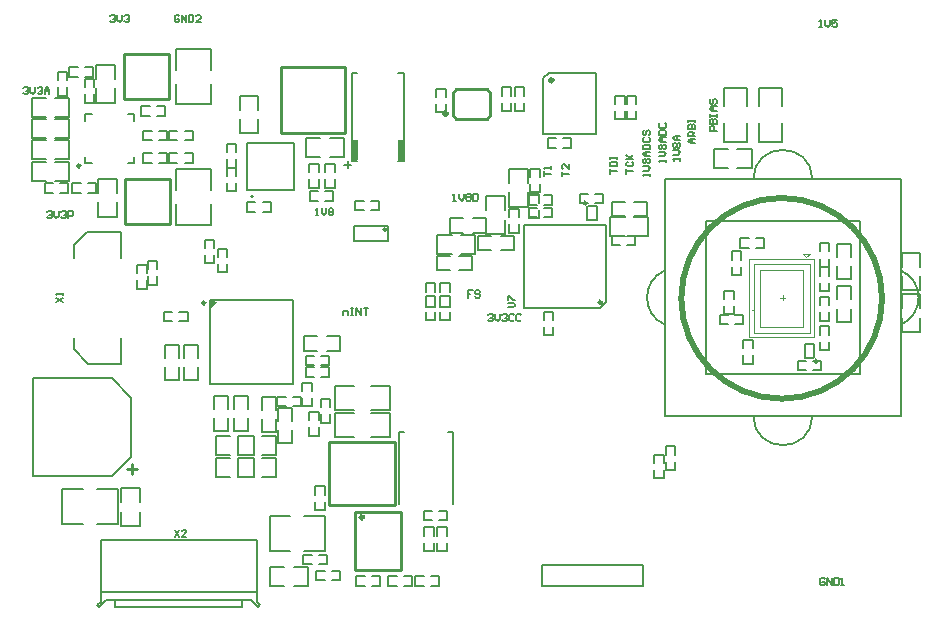
<source format=gto>
G04 Layer_Color=65535*
%FSLAX44Y44*%
%MOMM*%
G71*
G01*
G75*
%ADD55C,0.3000*%
%ADD56C,0.1500*%
%ADD59C,0.2500*%
%ADD60C,0.2000*%
%ADD67C,0.5000*%
%ADD95C,0.2540*%
%ADD96C,0.0500*%
%ADD97C,0.1524*%
%ADD98R,0.5000X1.7500*%
%ADD99R,0.5000X1.8000*%
G36*
X171000Y246500D02*
X166000Y241500D01*
X165000Y247500D01*
X171000Y246500D01*
D02*
G37*
D55*
X295000Y64000D02*
G03*
X295000Y64000I-1500J0D01*
G01*
X366000Y405626D02*
G03*
X366000Y405626I-1500J0D01*
G01*
X455500Y434000D02*
G03*
X455500Y434000I-1500J0D01*
G01*
X496500Y246000D02*
G03*
X496500Y246000I-1000J0D01*
G01*
D56*
X357000Y285000D02*
X368000D01*
X376000D02*
X387000D01*
X357000Y273000D02*
X368000D01*
X376000D02*
X387000D01*
X357000D02*
Y285000D01*
X387000Y273000D02*
Y285000D01*
X264000Y205000D02*
X275000D01*
X245000D02*
X256000D01*
X264000Y217000D02*
X275000D01*
X245000D02*
X256000D01*
X275000Y205000D02*
Y217000D01*
X245000Y205000D02*
Y217000D01*
X209000Y136000D02*
Y147000D01*
Y155000D02*
Y166000D01*
X221000Y136000D02*
Y147000D01*
Y155000D02*
Y166000D01*
X209000Y136000D02*
X221000D01*
X209000Y166000D02*
X221000D01*
X243000Y158000D02*
X251000D01*
X243000Y178000D02*
X251000D01*
X243000Y158000D02*
Y165000D01*
Y171000D02*
Y178000D01*
X251000Y158000D02*
Y165000D01*
Y171000D02*
Y178000D01*
X436000Y339000D02*
X444000D01*
X436000Y359000D02*
X444000D01*
X436000Y339000D02*
Y346000D01*
Y352000D02*
Y359000D01*
X444000Y339000D02*
Y346000D01*
Y352000D02*
Y359000D01*
X435500Y337250D02*
X443500D01*
X435500Y317250D02*
X443500D01*
Y330250D02*
Y337250D01*
Y317250D02*
Y324250D01*
X435500Y330250D02*
Y337250D01*
Y317250D02*
Y324250D01*
X234500Y145500D02*
Y156500D01*
Y126500D02*
Y137500D01*
X222500Y145500D02*
Y156500D01*
Y126500D02*
Y137500D01*
Y156500D02*
X234500D01*
X222500Y126500D02*
X234500D01*
X347500Y242000D02*
Y249000D01*
Y255000D02*
Y262000D01*
X355500Y242000D02*
Y249000D01*
Y255000D02*
Y262000D01*
X347500Y242000D02*
X355500D01*
X347500Y262000D02*
X355500D01*
X360000Y242000D02*
Y249000D01*
Y255000D02*
Y262000D01*
X368000Y242000D02*
Y249000D01*
Y255000D02*
Y262000D01*
X360000Y242000D02*
X368000D01*
X360000Y262000D02*
X368000D01*
X355500Y244000D02*
Y251000D01*
Y231000D02*
Y238000D01*
X347500Y244000D02*
Y251000D01*
Y231000D02*
Y238000D01*
Y251000D02*
X355500D01*
X347500Y231000D02*
X355500D01*
X368000Y244000D02*
Y251000D01*
Y231000D02*
Y238000D01*
X360000Y244000D02*
Y251000D01*
Y231000D02*
Y238000D01*
Y251000D02*
X368000D01*
X360000Y231000D02*
X368000D01*
X301000Y324000D02*
X308000D01*
X288000D02*
X295000D01*
X301000Y332000D02*
X308000D01*
X288000D02*
X295000D01*
X308000Y324000D02*
Y332000D01*
X288000Y324000D02*
Y332000D01*
X262500D02*
X269500D01*
X249500D02*
X256500D01*
X262500Y340000D02*
X269500D01*
X249500D02*
X256500D01*
X269500Y332000D02*
Y340000D01*
X249500Y332000D02*
Y340000D01*
X257000Y356000D02*
Y363000D01*
Y343000D02*
Y350000D01*
X249000Y356000D02*
Y363000D01*
Y343000D02*
Y350000D01*
Y363000D02*
X257000D01*
X249000Y343000D02*
X257000D01*
X262500D02*
Y350000D01*
Y356000D02*
Y363000D01*
X270500Y343000D02*
Y350000D01*
Y356000D02*
Y363000D01*
X262500Y343000D02*
X270500D01*
X262500Y363000D02*
X270500D01*
X366000Y61500D02*
Y69500D01*
X346000Y61500D02*
Y69500D01*
X359000Y61500D02*
X366000D01*
X346000D02*
X353000D01*
X359000Y69500D02*
X366000D01*
X346000D02*
X353000D01*
X346500Y35500D02*
X354500D01*
X346500Y55500D02*
X354500D01*
X346500Y35500D02*
Y42500D01*
Y48500D02*
Y55500D01*
X354500Y35500D02*
Y42500D01*
Y48500D02*
Y55500D01*
X246000Y183000D02*
Y191000D01*
X266000Y183000D02*
Y191000D01*
X246000D02*
X253000D01*
X259000D02*
X266000D01*
X246000Y183000D02*
X253000D01*
X259000D02*
X266000D01*
X246000Y192500D02*
Y200500D01*
X266000Y192500D02*
Y200500D01*
X246000D02*
X253000D01*
X259000D02*
X266000D01*
X246000Y192500D02*
X253000D01*
X259000D02*
X266000D01*
X508000Y401000D02*
X516000D01*
X508000Y421000D02*
X516000D01*
X508000Y401000D02*
Y408000D01*
Y414000D02*
Y421000D01*
X516000Y401000D02*
Y408000D01*
Y414000D02*
Y421000D01*
X112500Y281000D02*
X120500D01*
X112500Y261000D02*
X120500D01*
Y274000D02*
Y281000D01*
Y261000D02*
Y268000D01*
X112500Y274000D02*
Y281000D01*
Y261000D02*
Y268000D01*
X254000Y90000D02*
X262000D01*
X254000Y70000D02*
X262000D01*
Y83000D02*
Y90000D01*
Y70000D02*
Y77000D01*
X254000Y83000D02*
Y90000D01*
Y70000D02*
Y77000D01*
X249000Y133000D02*
X257000D01*
X249000Y153000D02*
X257000D01*
X249000Y133000D02*
Y140000D01*
Y146000D02*
Y153000D01*
X257000Y133000D02*
Y140000D01*
Y146000D02*
Y153000D01*
X316000Y6000D02*
Y14000D01*
X336000Y6000D02*
Y14000D01*
X316000D02*
X323000D01*
X329000D02*
X336000D01*
X316000Y6000D02*
X323000D01*
X329000D02*
X336000D01*
X275000Y10500D02*
Y18500D01*
X255000Y10500D02*
Y18500D01*
X268000Y10500D02*
X275000D01*
X255000D02*
X262000D01*
X268000Y18500D02*
X275000D01*
X255000D02*
X262000D01*
X171500Y271500D02*
X179500D01*
X171500Y291500D02*
X179500D01*
X171500Y271500D02*
Y278500D01*
Y284500D02*
Y291500D01*
X179500Y271500D02*
Y278500D01*
Y284500D02*
Y291500D01*
X262500Y35500D02*
Y65000D01*
X245000D02*
X262500D01*
X245000Y35490D02*
X262500Y35500D01*
X215500Y65000D02*
X233000Y65010D01*
X215500Y35500D02*
X233000D01*
X215500D02*
Y65000D01*
X87000Y58500D02*
Y88000D01*
X69500D02*
X87000D01*
X69500Y58490D02*
X87000Y58500D01*
X40000Y88000D02*
X57500Y88010D01*
X40000Y58500D02*
X57500D01*
X40000D02*
Y88000D01*
X357500Y55500D02*
X365500D01*
X357500Y35500D02*
X365500D01*
Y48500D02*
Y55500D01*
Y35500D02*
Y42500D01*
X357500Y48500D02*
Y55500D01*
Y35500D02*
Y42500D01*
X257000Y24000D02*
X264000D01*
X244000D02*
X251000D01*
X257000Y32000D02*
X264000D01*
X244000D02*
X251000D01*
X264000Y24000D02*
Y32000D01*
X244000Y24000D02*
Y32000D01*
X289000Y6000D02*
Y14000D01*
X309000Y6000D02*
Y14000D01*
X289000D02*
X296000D01*
X302000D02*
X309000D01*
X289000Y6000D02*
X296000D01*
X302000D02*
X309000D01*
X359000Y6000D02*
Y14000D01*
X339000Y6000D02*
Y14000D01*
X352000Y6000D02*
X359000D01*
X339000D02*
X346000D01*
X352000Y14000D02*
X359000D01*
X339000D02*
X346000D01*
X168000Y137000D02*
Y148000D01*
Y156000D02*
Y167000D01*
X180000Y137000D02*
Y148000D01*
Y156000D02*
Y167000D01*
X168000Y137000D02*
X180000D01*
X168000Y167000D02*
X180000D01*
X377500Y287000D02*
X389500D01*
X357500D02*
X369500D01*
X377500Y303000D02*
X389500D01*
X357500D02*
X369500D01*
X389500Y287000D02*
Y303000D01*
X357500Y287000D02*
Y303000D01*
X518000Y401000D02*
X526000D01*
X518000Y421000D02*
X526000D01*
X518000Y401000D02*
Y408000D01*
Y414000D02*
Y421000D01*
X526000Y401000D02*
Y408000D01*
Y414000D02*
Y421000D01*
X412000Y428000D02*
X420000D01*
X412000Y408000D02*
X420000D01*
Y421000D02*
Y428000D01*
Y408000D02*
Y415000D01*
X412000Y421000D02*
Y428000D01*
Y408000D02*
Y415000D01*
X356500Y406876D02*
X364500D01*
X356500Y426876D02*
X364500D01*
X356500Y406876D02*
Y413876D01*
Y419876D02*
Y426876D01*
X364500Y406876D02*
Y413876D01*
Y419876D02*
Y426876D01*
X68500Y338750D02*
Y346750D01*
X48500Y338750D02*
Y346750D01*
X61500Y338750D02*
X68500D01*
X48500D02*
X55500D01*
X61500Y346750D02*
X68500D01*
X48500D02*
X55500D01*
X25000Y338750D02*
Y346750D01*
X45000Y338750D02*
Y346750D01*
X25000D02*
X32000D01*
X38000D02*
X45000D01*
X25000Y338750D02*
X32000D01*
X38000D02*
X45000D01*
X14000Y365000D02*
X26000D01*
X34000D02*
X46000D01*
X14000Y349000D02*
X26000D01*
X34000D02*
X46000D01*
X14000D02*
Y365000D01*
X46000Y349000D02*
Y365000D01*
X107000Y404000D02*
Y412000D01*
X127000Y404000D02*
Y412000D01*
X107000D02*
X114000D01*
X120000D02*
X127000D01*
X107000Y404000D02*
X114000D01*
X120000D02*
X127000D01*
X614000Y292000D02*
Y300000D01*
X634000Y292000D02*
Y300000D01*
X614000D02*
X621000D01*
X627000D02*
X634000D01*
X614000Y292000D02*
X621000D01*
X627000D02*
X634000D01*
X591500Y375500D02*
X603500D01*
X611500D02*
X623500D01*
X591500Y359500D02*
X603500D01*
X611500D02*
X623500D01*
X591500D02*
Y375500D01*
X623500Y359500D02*
Y375500D01*
X108500Y383000D02*
Y391000D01*
X128500Y383000D02*
Y391000D01*
X108500D02*
X115500D01*
X121500D02*
X128500D01*
X108500Y383000D02*
X115500D01*
X121500D02*
X128500D01*
X216500Y322750D02*
Y330750D01*
X196500Y322750D02*
Y330750D01*
X209500Y322750D02*
X216500D01*
X196500D02*
X203500D01*
X209500Y330750D02*
X216500D01*
X196500D02*
X203500D01*
X179000Y380000D02*
X187000D01*
X179000Y360000D02*
X187000D01*
Y373000D02*
Y380000D01*
Y360000D02*
Y367000D01*
X179000Y373000D02*
Y380000D01*
Y360000D02*
Y367000D01*
X447500Y218000D02*
X455500D01*
X447500Y238000D02*
X455500D01*
X447500Y218000D02*
Y225000D01*
Y231000D02*
Y238000D01*
X455500Y218000D02*
Y225000D01*
Y231000D02*
Y238000D01*
X246500Y385000D02*
X258500D01*
X266500D02*
X278500D01*
X246500Y369000D02*
X258500D01*
X266500D02*
X278500D01*
X246500D02*
Y385000D01*
X278500Y369000D02*
Y385000D01*
X681250Y225500D02*
X689250D01*
X681250Y205500D02*
X689250D01*
Y218500D02*
Y225500D01*
Y205500D02*
Y212500D01*
X681250Y218500D02*
Y225500D01*
Y205500D02*
Y212500D01*
X485417Y327570D02*
X492417D01*
X484417Y315571D02*
X492417D01*
Y327570D01*
X484417Y315571D02*
Y326571D01*
X485417Y327570D01*
X66000Y437000D02*
Y445000D01*
X46000Y437000D02*
Y445000D01*
X59000Y437000D02*
X66000D01*
X46000D02*
X53000D01*
X59000Y445000D02*
X66000D01*
X46000D02*
X53000D01*
X36000Y421000D02*
X44000D01*
X36000Y441000D02*
X44000D01*
X36000Y421000D02*
Y428000D01*
Y434000D02*
Y441000D01*
X44000Y421000D02*
Y428000D01*
Y434000D02*
Y441000D01*
X766500Y276000D02*
Y288000D01*
Y256000D02*
Y268000D01*
X750500Y276000D02*
Y288000D01*
Y256000D02*
Y268000D01*
Y288000D02*
X766500D01*
X750500Y256000D02*
X766500D01*
X59000Y415000D02*
X67000D01*
X59000Y435000D02*
X67000D01*
X59000Y415000D02*
Y422000D01*
Y428000D02*
Y435000D01*
X67000Y415000D02*
Y422000D01*
Y428000D02*
Y435000D01*
X505000Y294250D02*
Y302250D01*
X525000Y294250D02*
Y302250D01*
X505000D02*
X512000D01*
X518000D02*
X525000D01*
X505000Y294250D02*
X512000D01*
X518000D02*
X525000D01*
X435000Y318000D02*
Y326000D01*
X455000Y318000D02*
Y326000D01*
X435000D02*
X442000D01*
X448000D02*
X455000D01*
X435000Y318000D02*
X442000D01*
X448000D02*
X455000D01*
X681250Y276000D02*
X689250D01*
X681250Y296000D02*
X689250D01*
X681250Y276000D02*
Y283000D01*
Y289000D02*
Y296000D01*
X689250Y276000D02*
Y283000D01*
Y289000D02*
Y296000D01*
X607000Y289000D02*
X615000D01*
X607000Y269000D02*
X615000D01*
Y282000D02*
Y289000D01*
Y269000D02*
Y276000D01*
X607000Y282000D02*
Y289000D01*
Y269000D02*
Y276000D01*
X179000Y340000D02*
X187000D01*
X179000Y360000D02*
X187000D01*
X179000Y340000D02*
Y347000D01*
Y353000D02*
Y360000D01*
X187000Y340000D02*
Y347000D01*
Y353000D02*
Y360000D01*
X46000Y367000D02*
Y383000D01*
X14000Y367000D02*
Y383000D01*
X34000Y367000D02*
X46000D01*
X14000D02*
X26000D01*
X34000Y383000D02*
X46000D01*
X14000D02*
X26000D01*
X616500Y214000D02*
X624500D01*
X616500Y194000D02*
X624500D01*
Y207000D02*
Y214000D01*
Y194000D02*
Y201000D01*
X616500Y207000D02*
Y214000D01*
Y194000D02*
Y201000D01*
X600515Y235870D02*
X608515D01*
X600515Y255870D02*
X608515D01*
X600515Y235870D02*
Y242870D01*
Y248870D02*
Y255870D01*
X608515Y235870D02*
Y242870D01*
Y248870D02*
Y255870D01*
X682500Y188500D02*
Y196500D01*
X662500Y188500D02*
Y196500D01*
X675500Y188500D02*
X682500D01*
X662500D02*
X669500D01*
X675500Y196500D02*
X682500D01*
X662500D02*
X669500D01*
X478000Y330000D02*
Y338000D01*
X498000Y330000D02*
Y338000D01*
X478000D02*
X485000D01*
X491000D02*
X498000D01*
X478000Y330000D02*
X485000D01*
X491000D02*
X498000D01*
X689250Y268500D02*
Y275500D01*
Y255500D02*
Y262500D01*
X681250Y268500D02*
Y275500D01*
Y255500D02*
Y262500D01*
Y275500D02*
X689250D01*
X681250Y255500D02*
X689250D01*
X681250Y250500D02*
X689250D01*
X681250Y230500D02*
X689250D01*
Y243500D02*
Y250500D01*
Y230500D02*
Y237500D01*
X681250Y243500D02*
Y250500D01*
Y230500D02*
Y237500D01*
X649500Y411750D02*
Y427750D01*
Y381750D02*
Y397750D01*
X629500Y411750D02*
Y427750D01*
Y381750D02*
Y397750D01*
Y427750D02*
X649500D01*
X629500Y381750D02*
X649500D01*
X616692Y227500D02*
Y235500D01*
X596692Y227500D02*
Y235500D01*
X609692Y227500D02*
X616692D01*
X596692D02*
X603692D01*
X609692Y235500D02*
X616692D01*
X596692D02*
X603692D01*
X14000Y419000D02*
X26000D01*
X34000D02*
X46000D01*
X14000Y403000D02*
X26000D01*
X34000D02*
X46000D01*
X14000D02*
Y419000D01*
X46000Y403000D02*
Y419000D01*
X524000Y302500D02*
X536000D01*
X504000D02*
X516000D01*
X524000Y318500D02*
X536000D01*
X504000D02*
X516000D01*
X536000Y302500D02*
Y318500D01*
X504000Y302500D02*
Y318500D01*
X750500Y221000D02*
Y233000D01*
Y241000D02*
Y253000D01*
X766500Y221000D02*
Y233000D01*
Y241000D02*
Y253000D01*
X750500Y221000D02*
X766500D01*
X750500Y253000D02*
X766500D01*
X206000Y409000D02*
Y421000D01*
Y389000D02*
Y401000D01*
X190000Y409000D02*
Y421000D01*
Y389000D02*
Y401000D01*
Y421000D02*
X206000D01*
X190000Y389000D02*
X206000D01*
X46000Y385000D02*
Y401000D01*
X14000Y385000D02*
Y401000D01*
X34000Y385000D02*
X46000D01*
X14000D02*
X26000D01*
X34000Y401000D02*
X46000D01*
X14000D02*
X26000D01*
X84500Y435000D02*
Y447000D01*
Y415000D02*
Y427000D01*
X68500Y435000D02*
Y447000D01*
Y415000D02*
Y427000D01*
Y447000D02*
X84500D01*
X68500Y415000D02*
X84500D01*
X130500Y391000D02*
X137500D01*
X143500D02*
X150500D01*
X130500Y383000D02*
X137500D01*
X143500D02*
X150500D01*
X130500D02*
Y391000D01*
X150500Y383000D02*
Y391000D01*
X130500Y372000D02*
X137500D01*
X143500D02*
X150500D01*
X130500Y364000D02*
X137500D01*
X143500D02*
X150500D01*
X130500D02*
Y372000D01*
X150500Y364000D02*
Y372000D01*
X108500D02*
X115500D01*
X121500D02*
X128500D01*
X108500Y364000D02*
X115500D01*
X121500D02*
X128500D01*
X108500D02*
Y372000D01*
X128500Y364000D02*
Y372000D01*
X70500Y318500D02*
Y330500D01*
Y338500D02*
Y350500D01*
X86500Y318500D02*
Y330500D01*
Y338500D02*
Y350500D01*
X70500Y318500D02*
X86500D01*
X70500Y350500D02*
X86500D01*
X549000Y110000D02*
Y117000D01*
Y97000D02*
Y104000D01*
X541000Y110000D02*
Y117000D01*
Y97000D02*
Y104000D01*
Y117000D02*
X549000D01*
X541000Y97000D02*
X549000D01*
X559000Y117000D02*
Y124000D01*
Y104000D02*
Y111000D01*
X551000Y117000D02*
Y124000D01*
Y104000D02*
Y111000D01*
Y124000D02*
X559000D01*
X551000Y104000D02*
X559000D01*
X620000Y411750D02*
Y427750D01*
Y381750D02*
Y397750D01*
X600000Y411750D02*
Y427750D01*
Y381750D02*
Y397750D01*
Y427750D02*
X620000D01*
X600000Y381750D02*
X620000D01*
X505000Y319000D02*
Y331000D01*
X535000Y319000D02*
Y331000D01*
X505000D02*
X516000D01*
X524000D02*
X535000D01*
X505000Y319000D02*
X516000D01*
X524000D02*
X535000D01*
X414500Y324000D02*
Y336000D01*
Y304000D02*
Y316000D01*
X398500Y324000D02*
Y336000D01*
Y304000D02*
Y316000D01*
Y336000D02*
X414500D01*
X398500Y304000D02*
X414500D01*
X426500Y318000D02*
Y325000D01*
Y305000D02*
Y312000D01*
X418500Y318000D02*
Y325000D01*
Y305000D02*
Y312000D01*
Y325000D02*
X426500D01*
X418500Y305000D02*
X426500D01*
X434000Y347000D02*
Y359000D01*
Y327000D02*
Y339000D01*
X418000Y347000D02*
Y359000D01*
Y327000D02*
Y339000D01*
Y359000D02*
X434000D01*
X418000Y327000D02*
X434000D01*
X422000Y290000D02*
Y302000D01*
X392000Y290000D02*
Y302000D01*
X411000Y290000D02*
X422000D01*
X392000D02*
X403000D01*
X411000Y302000D02*
X422000D01*
X392000D02*
X403000D01*
X398500Y305000D02*
Y317000D01*
X368500Y305000D02*
Y317000D01*
X387500Y305000D02*
X398500D01*
X368500D02*
X379500D01*
X387500Y317000D02*
X398500D01*
X368500D02*
X379500D01*
X448000Y328500D02*
X455000D01*
X435000D02*
X442000D01*
X448000Y336500D02*
X455000D01*
X435000D02*
X442000D01*
X455000Y328500D02*
Y336500D01*
X435000Y328500D02*
Y336500D01*
X136500Y413500D02*
X166000D01*
Y431000D01*
X136490D02*
X136500Y413500D01*
X166000Y460500D02*
X166010Y443000D01*
X136500D02*
Y460500D01*
X166000D01*
X136000Y358500D02*
X165500D01*
X136000Y341000D02*
Y358500D01*
X165500D02*
X165510Y341000D01*
X135990Y329000D02*
X136000Y311500D01*
X165500D02*
Y329000D01*
X136000Y311500D02*
X165500D01*
X668500Y198500D02*
X675500D01*
X668500Y210500D02*
X676500D01*
X668500Y198500D02*
Y210500D01*
X676500Y199500D02*
Y210500D01*
X675500Y198500D02*
X676500Y199500D01*
X451000Y377000D02*
Y385000D01*
X471000Y377000D02*
Y385000D01*
X451000D02*
X458000D01*
X464000D02*
X471000D01*
X451000Y377000D02*
X458000D01*
X464000D02*
X471000D01*
X103500Y277500D02*
X111500D01*
X103500Y257500D02*
X111500D01*
Y270500D02*
Y277500D01*
Y257500D02*
Y264500D01*
X103500Y270500D02*
Y277500D01*
Y257500D02*
Y264500D01*
X423000Y428000D02*
X431000D01*
X423000Y408000D02*
X431000D01*
Y421000D02*
Y428000D01*
Y408000D02*
Y415000D01*
X423000Y421000D02*
Y428000D01*
Y408000D02*
Y415000D01*
X106000Y76500D02*
Y88500D01*
Y56500D02*
Y68500D01*
X90000Y76500D02*
Y88500D01*
Y56500D02*
Y68500D01*
Y88500D02*
X106000D01*
X90000Y56500D02*
X106000D01*
X271000Y155000D02*
Y175000D01*
X317000Y155000D02*
Y175000D01*
X271000D02*
X287000D01*
X301000D02*
X317000D01*
X271000Y155000D02*
X287000D01*
X301000D02*
X317000D01*
X271000Y132000D02*
Y152000D01*
X317000Y132000D02*
Y152000D01*
X271000D02*
X287000D01*
X301000D02*
X317000D01*
X271000Y132000D02*
X287000D01*
X301000D02*
X317000D01*
X216000Y21500D02*
X228000D01*
X236000D02*
X248000D01*
X216000Y5500D02*
X228000D01*
X236000D02*
X248000D01*
X216000D02*
Y21500D01*
X248000Y5500D02*
Y21500D01*
X185000Y137000D02*
Y148000D01*
Y156000D02*
Y167000D01*
X197000Y137000D02*
Y148000D01*
Y156000D02*
Y167000D01*
X185000Y137000D02*
X197000D01*
X185000Y167000D02*
X197000D01*
X146000Y230000D02*
Y238000D01*
X126000Y230000D02*
Y238000D01*
X139000Y230000D02*
X146000D01*
X126000D02*
X133000D01*
X139000Y238000D02*
X146000D01*
X126000D02*
X133000D01*
X267000Y157000D02*
Y164000D01*
Y144000D02*
Y151000D01*
X259000Y157000D02*
Y164000D01*
Y144000D02*
Y151000D01*
Y164000D02*
X267000D01*
X259000Y144000D02*
X267000D01*
X189000Y114000D02*
X201000D01*
X209000D02*
X221000D01*
X189000Y98000D02*
X201000D01*
X209000D02*
X221000D01*
X189000D02*
Y114000D01*
X221000Y98000D02*
Y114000D01*
X189000Y133000D02*
X201000D01*
X209000D02*
X221000D01*
X189000Y117000D02*
X201000D01*
X209000D02*
X221000D01*
X189000D02*
Y133000D01*
X221000Y117000D02*
Y133000D01*
X170000D02*
X182000D01*
X190000D02*
X202000D01*
X170000Y117000D02*
X182000D01*
X190000D02*
X202000D01*
X170000D02*
Y133000D01*
X202000Y117000D02*
Y133000D01*
X170000Y114000D02*
X182000D01*
X190000D02*
X202000D01*
X170000Y98000D02*
X182000D01*
X190000D02*
X202000D01*
X170000D02*
Y114000D01*
X202000Y98000D02*
Y114000D01*
X160500Y279000D02*
X168500D01*
X160500Y299000D02*
X168500D01*
X160500Y279000D02*
Y286000D01*
Y292000D02*
Y299000D01*
X168500Y279000D02*
Y286000D01*
Y292000D02*
Y299000D01*
X222000Y158000D02*
Y166000D01*
X242000Y158000D02*
Y166000D01*
X222000D02*
X229000D01*
X235000D02*
X242000D01*
X222000Y158000D02*
X229000D01*
X235000D02*
X242000D01*
X127000Y180000D02*
Y191000D01*
Y199000D02*
Y210000D01*
X139000Y180000D02*
Y191000D01*
Y199000D02*
Y210000D01*
X127000Y180000D02*
X139000D01*
X127000Y210000D02*
X139000D01*
X143000Y180000D02*
Y191000D01*
Y199000D02*
Y210000D01*
X155000Y180000D02*
Y191000D01*
Y199000D02*
Y210000D01*
X143000Y180000D02*
X155000D01*
X143000Y210000D02*
X155000D01*
X418000Y327000D02*
Y339000D01*
Y347000D02*
Y359000D01*
X434000Y327000D02*
Y339000D01*
Y347000D02*
Y359000D01*
X418000Y327000D02*
X434000D01*
X418000Y359000D02*
X434000D01*
X708000Y248500D02*
Y259500D01*
Y229500D02*
Y240500D01*
X696000Y248500D02*
Y259500D01*
Y229500D02*
Y240500D01*
Y259500D02*
X708000D01*
X696000Y229500D02*
X708000D01*
X695500Y265500D02*
Y276500D01*
Y284500D02*
Y295500D01*
X707500Y265500D02*
Y276500D01*
Y284500D02*
Y295500D01*
X695500Y265500D02*
X707500D01*
X695500Y295500D02*
X707500D01*
X387499Y255998D02*
X383500D01*
Y252999D01*
X385499D01*
X383500D01*
Y250000D01*
X393497Y254998D02*
X392497Y255998D01*
X390498D01*
X389498Y254998D01*
Y253999D01*
X390498Y252999D01*
X392497D01*
X393497Y251999D01*
Y251000D01*
X392497Y250000D01*
X390498D01*
X389498Y251000D01*
X685499Y11498D02*
X684499Y12498D01*
X682500D01*
X681500Y11498D01*
Y7500D01*
X682500Y6500D01*
X684499D01*
X685499Y7500D01*
Y9499D01*
X683499D01*
X687498Y6500D02*
Y12498D01*
X691497Y6500D01*
Y12498D01*
X693496D02*
Y6500D01*
X696495D01*
X697495Y7500D01*
Y11498D01*
X696495Y12498D01*
X693496D01*
X699494Y6500D02*
X701494D01*
X700494D01*
Y12498D01*
X699494Y11498D01*
X34502Y246000D02*
X40500Y249999D01*
X34502D02*
X40500Y246000D01*
Y251998D02*
Y253997D01*
Y252998D01*
X34502D01*
X35502Y251998D01*
X448002Y353000D02*
Y356999D01*
Y354999D01*
X454000D01*
Y358998D02*
Y360997D01*
Y359998D01*
X448002D01*
X449002Y358998D01*
X463002Y352692D02*
Y356691D01*
Y354692D01*
X469000D01*
Y362689D02*
Y358690D01*
X465001Y362689D01*
X464002D01*
X463002Y361689D01*
Y359690D01*
X464002Y358690D01*
X135000Y53498D02*
X138999Y47500D01*
Y53498D02*
X135000Y47500D01*
X144997D02*
X140998D01*
X144997Y51499D01*
Y52498D01*
X143997Y53498D01*
X141998D01*
X140998Y52498D01*
X594000Y391000D02*
X588002D01*
Y393999D01*
X589002Y394999D01*
X591001D01*
X592001Y393999D01*
Y391000D01*
X588002Y396998D02*
X594000D01*
Y399997D01*
X593000Y400997D01*
X592001D01*
X591001Y399997D01*
Y396998D01*
Y399997D01*
X590001Y400997D01*
X589002D01*
X588002Y399997D01*
Y396998D01*
Y402996D02*
Y404995D01*
Y403996D01*
X594000D01*
Y402996D01*
Y404995D01*
Y407994D02*
X590001D01*
X588002Y409994D01*
X590001Y411993D01*
X594000D01*
X591001D01*
Y407994D01*
X589002Y417991D02*
X588002Y416992D01*
Y414992D01*
X589002Y413993D01*
X590001D01*
X591001Y414992D01*
Y416992D01*
X592001Y417991D01*
X593000D01*
X594000Y416992D01*
Y414992D01*
X593000Y413993D01*
X400500Y234998D02*
X401500Y235998D01*
X403499D01*
X404499Y234998D01*
Y233999D01*
X403499Y232999D01*
X402499D01*
X403499D01*
X404499Y231999D01*
Y231000D01*
X403499Y230000D01*
X401500D01*
X400500Y231000D01*
X406498Y235998D02*
Y231999D01*
X408497Y230000D01*
X410497Y231999D01*
Y235998D01*
X412496Y234998D02*
X413496Y235998D01*
X415495D01*
X416495Y234998D01*
Y233999D01*
X415495Y232999D01*
X414496D01*
X415495D01*
X416495Y231999D01*
Y231000D01*
X415495Y230000D01*
X413496D01*
X412496Y231000D01*
X422493Y234998D02*
X421493Y235998D01*
X419494D01*
X418494Y234998D01*
Y231000D01*
X419494Y230000D01*
X421493D01*
X422493Y231000D01*
X428491Y234998D02*
X427491Y235998D01*
X425492D01*
X424492Y234998D01*
Y231000D01*
X425492Y230000D01*
X427491D01*
X428491Y231000D01*
X371000Y332000D02*
X372999D01*
X372000D01*
Y337998D01*
X371000Y336998D01*
X375998Y337998D02*
Y333999D01*
X377998Y332000D01*
X379997Y333999D01*
Y337998D01*
X381996Y336998D02*
X382996Y337998D01*
X384995D01*
X385995Y336998D01*
Y335999D01*
X384995Y334999D01*
X385995Y333999D01*
Y333000D01*
X384995Y332000D01*
X382996D01*
X381996Y333000D01*
Y333999D01*
X382996Y334999D01*
X381996Y335999D01*
Y336998D01*
X382996Y334999D02*
X384995D01*
X387994Y337998D02*
Y332000D01*
X390993D01*
X391993Y333000D01*
Y336998D01*
X390993Y337998D01*
X387994D01*
X563000Y366000D02*
Y367999D01*
Y367000D01*
X557002D01*
X558002Y366000D01*
X557002Y370998D02*
X561001D01*
X563000Y372998D01*
X561001Y374997D01*
X557002D01*
X558002Y376996D02*
X557002Y377996D01*
Y379995D01*
X558002Y380995D01*
X559001D01*
X560001Y379995D01*
X561001Y380995D01*
X562000D01*
X563000Y379995D01*
Y377996D01*
X562000Y376996D01*
X561001D01*
X560001Y377996D01*
X559001Y376996D01*
X558002D01*
X560001Y377996D02*
Y379995D01*
X563000Y382994D02*
X559001D01*
X557002Y384994D01*
X559001Y386993D01*
X563000D01*
X560001D01*
Y382994D01*
X551000Y364500D02*
Y366499D01*
Y365500D01*
X545002D01*
X546002Y364500D01*
X545002Y369498D02*
X549001D01*
X551000Y371498D01*
X549001Y373497D01*
X545002D01*
X546002Y375496D02*
X545002Y376496D01*
Y378495D01*
X546002Y379495D01*
X547001D01*
X548001Y378495D01*
X549001Y379495D01*
X550000D01*
X551000Y378495D01*
Y376496D01*
X550000Y375496D01*
X549001D01*
X548001Y376496D01*
X547001Y375496D01*
X546002D01*
X548001Y376496D02*
Y378495D01*
X551000Y381494D02*
X547001D01*
X545002Y383494D01*
X547001Y385493D01*
X551000D01*
X548001D01*
Y381494D01*
X545002Y387492D02*
X551000D01*
Y390492D01*
X550000Y391491D01*
X546002D01*
X545002Y390492D01*
Y387492D01*
X546002Y397489D02*
X545002Y396490D01*
Y394490D01*
X546002Y393491D01*
X550000D01*
X551000Y394490D01*
Y396490D01*
X550000Y397489D01*
X537500Y352500D02*
Y354499D01*
Y353500D01*
X531502D01*
X532502Y352500D01*
X531502Y357498D02*
X535501D01*
X537500Y359498D01*
X535501Y361497D01*
X531502D01*
X532502Y363496D02*
X531502Y364496D01*
Y366496D01*
X532502Y367495D01*
X533501D01*
X534501Y366496D01*
X535501Y367495D01*
X536500D01*
X537500Y366496D01*
Y364496D01*
X536500Y363496D01*
X535501D01*
X534501Y364496D01*
X533501Y363496D01*
X532502D01*
X534501Y364496D02*
Y366496D01*
X537500Y369495D02*
X533501D01*
X531502Y371494D01*
X533501Y373493D01*
X537500D01*
X534501D01*
Y369495D01*
X531502Y375493D02*
X537500D01*
Y378492D01*
X536500Y379491D01*
X532502D01*
X531502Y378492D01*
Y375493D01*
X532502Y385489D02*
X531502Y384490D01*
Y382490D01*
X532502Y381491D01*
X536500D01*
X537500Y382490D01*
Y384490D01*
X536500Y385489D01*
X532502Y391487D02*
X531502Y390488D01*
Y388488D01*
X532502Y387489D01*
X533501D01*
X534501Y388488D01*
Y390488D01*
X535501Y391487D01*
X536500D01*
X537500Y390488D01*
Y388488D01*
X536500Y387489D01*
X80500Y487998D02*
X81500Y488998D01*
X83499D01*
X84499Y487998D01*
Y486999D01*
X83499Y485999D01*
X82499D01*
X83499D01*
X84499Y484999D01*
Y484000D01*
X83499Y483000D01*
X81500D01*
X80500Y484000D01*
X86498Y488998D02*
Y484999D01*
X88497Y483000D01*
X90497Y484999D01*
Y488998D01*
X92496Y487998D02*
X93496Y488998D01*
X95495D01*
X96495Y487998D01*
Y486999D01*
X95495Y485999D01*
X94495D01*
X95495D01*
X96495Y484999D01*
Y484000D01*
X95495Y483000D01*
X93496D01*
X92496Y484000D01*
X138999Y487998D02*
X137999Y488998D01*
X136000D01*
X135000Y487998D01*
Y484000D01*
X136000Y483000D01*
X137999D01*
X138999Y484000D01*
Y485999D01*
X136999D01*
X140998Y483000D02*
Y488998D01*
X144997Y483000D01*
Y488998D01*
X146996D02*
Y483000D01*
X149995D01*
X150995Y484000D01*
Y487998D01*
X149995Y488998D01*
X146996D01*
X156993Y483000D02*
X152994D01*
X156993Y486999D01*
Y487998D01*
X155993Y488998D01*
X153994D01*
X152994Y487998D01*
X254500Y319500D02*
X256499D01*
X255500D01*
Y325498D01*
X254500Y324498D01*
X259498Y325498D02*
Y321499D01*
X261498Y319500D01*
X263497Y321499D01*
Y325498D01*
X265496Y324498D02*
X266496Y325498D01*
X268495D01*
X269495Y324498D01*
Y323499D01*
X268495Y322499D01*
X269495Y321499D01*
Y320500D01*
X268495Y319500D01*
X266496D01*
X265496Y320500D01*
Y321499D01*
X266496Y322499D01*
X265496Y323499D01*
Y324498D01*
X266496Y322499D02*
X268495D01*
X7000Y426998D02*
X8000Y427998D01*
X9999D01*
X10999Y426998D01*
Y425999D01*
X9999Y424999D01*
X8999D01*
X9999D01*
X10999Y423999D01*
Y423000D01*
X9999Y422000D01*
X8000D01*
X7000Y423000D01*
X12998Y427998D02*
Y423999D01*
X14997Y422000D01*
X16997Y423999D01*
Y427998D01*
X18996Y426998D02*
X19996Y427998D01*
X21995D01*
X22995Y426998D01*
Y425999D01*
X21995Y424999D01*
X20996D01*
X21995D01*
X22995Y423999D01*
Y423000D01*
X21995Y422000D01*
X19996D01*
X18996Y423000D01*
X24994Y422000D02*
Y425999D01*
X26994Y427998D01*
X28993Y425999D01*
Y422000D01*
Y424999D01*
X24994D01*
X681000Y479000D02*
X682999D01*
X682000D01*
Y484998D01*
X681000Y483998D01*
X685998Y484998D02*
Y480999D01*
X687998Y479000D01*
X689997Y480999D01*
Y484998D01*
X695995D02*
X691996D01*
Y481999D01*
X693996Y482999D01*
X694995D01*
X695995Y481999D01*
Y480000D01*
X694995Y479000D01*
X692996D01*
X691996Y480000D01*
X27000Y321998D02*
X28000Y322998D01*
X29999D01*
X30999Y321998D01*
Y320999D01*
X29999Y319999D01*
X28999D01*
X29999D01*
X30999Y318999D01*
Y318000D01*
X29999Y317000D01*
X28000D01*
X27000Y318000D01*
X32998Y322998D02*
Y318999D01*
X34997Y317000D01*
X36997Y318999D01*
Y322998D01*
X38996Y321998D02*
X39996Y322998D01*
X41995D01*
X42995Y321998D01*
Y320999D01*
X41995Y319999D01*
X40995D01*
X41995D01*
X42995Y318999D01*
Y318000D01*
X41995Y317000D01*
X39996D01*
X38996Y318000D01*
X44994Y317000D02*
Y322998D01*
X47993D01*
X48993Y321998D01*
Y319999D01*
X47993Y318999D01*
X44994D01*
X576000Y380500D02*
X572001D01*
X570002Y382499D01*
X572001Y384499D01*
X576000D01*
X573001D01*
Y380500D01*
X576000Y386498D02*
X570002D01*
Y389497D01*
X571002Y390497D01*
X573001D01*
X574001Y389497D01*
Y386498D01*
Y388497D02*
X576000Y390497D01*
X570002Y392496D02*
X576000D01*
Y395495D01*
X575000Y396495D01*
X574001D01*
X573001Y395495D01*
Y392496D01*
Y395495D01*
X572001Y396495D01*
X571002D01*
X570002Y395495D01*
Y392496D01*
Y398494D02*
Y400494D01*
Y399494D01*
X576000D01*
Y398494D01*
Y400494D01*
X517502Y355000D02*
Y358999D01*
Y356999D01*
X523500D01*
X518502Y364997D02*
X517502Y363997D01*
Y361998D01*
X518502Y360998D01*
X522500D01*
X523500Y361998D01*
Y363997D01*
X522500Y364997D01*
X517502Y366996D02*
X523500D01*
X521501D01*
X517502Y370995D01*
X520501Y367996D01*
X523500Y370995D01*
X503502Y355000D02*
Y358999D01*
Y356999D01*
X509500D01*
X503502Y360998D02*
X509500D01*
Y363997D01*
X508500Y364997D01*
X504502D01*
X503502Y363997D01*
Y360998D01*
Y366996D02*
Y368996D01*
Y367996D01*
X509500D01*
Y366996D01*
Y368996D01*
X278000Y235000D02*
Y238999D01*
X280999D01*
X281999Y237999D01*
Y235000D01*
X283998Y240998D02*
X285997D01*
X284998D01*
Y235000D01*
X283998D01*
X285997D01*
X288996D02*
Y240998D01*
X292995Y235000D01*
Y240998D01*
X294995D02*
X298993D01*
X296994D01*
Y235000D01*
X416957Y241583D02*
X421955D01*
X422955Y242583D01*
Y244582D01*
X421955Y245582D01*
X416957D01*
Y247581D02*
Y251580D01*
X417957D01*
X421955Y247581D01*
X422955D01*
D59*
X161000Y245500D02*
G03*
X161000Y245500I-1250J0D01*
G01*
X483967Y329971D02*
G03*
X483967Y329971I-1250J0D01*
G01*
X55250Y361500D02*
G03*
X55250Y361500I-1250J0D01*
G01*
X679450Y196100D02*
G03*
X679450Y196100I-1250J0D01*
G01*
X99000Y101000D02*
Y109000D01*
X95000Y105000D02*
X103000D01*
D60*
X625050Y239076D02*
G03*
X625050Y239076I-78J0D01*
G01*
X750153Y227155D02*
G03*
X750153Y272845I-10153J22845D01*
G01*
X549846Y272845D02*
G03*
X549847Y227155I10153J-22845D01*
G01*
X675000Y350000D02*
G03*
X625000Y350000I-25000J0D01*
G01*
Y150000D02*
G03*
X675000Y150000I25000J0D01*
G01*
X201500Y335500D02*
G03*
X201500Y335500I-1000J0D01*
G01*
X165000Y177000D02*
Y247500D01*
X235000Y177000D02*
Y247500D01*
X165000D02*
X235000D01*
X165000Y177000D02*
X235000D01*
X287070Y297584D02*
X316070D01*
X287070Y310583D02*
X316070D01*
X287070Y297584D02*
Y310583D01*
X316070Y297584D02*
Y310583D01*
X90000Y194125D02*
Y216125D01*
X62000Y194125D02*
X90000D01*
X50000Y206125D02*
Y216125D01*
Y206125D02*
X62000Y194125D01*
X50000Y294875D02*
X61000Y305875D01*
X50000Y283875D02*
Y294875D01*
X61000Y305875D02*
X90000D01*
Y283875D02*
Y305875D01*
X585000Y185000D02*
Y315000D01*
X715000Y185000D02*
Y315000D01*
X585000D02*
X715000D01*
X585000Y185000D02*
X715000D01*
X550000Y350000D02*
X750000D01*
Y150000D02*
Y350000D01*
X550000Y150000D02*
X750000D01*
X550000D02*
Y350000D01*
X446500Y5750D02*
X531250D01*
Y23500D01*
X446500D02*
X531250D01*
X446500Y5750D02*
Y23500D01*
X72500Y45000D02*
X204500D01*
X72500Y1000D02*
X204500D01*
X77000Y-6000D02*
X200000D01*
X204500Y-7500D02*
Y45000D01*
X72500Y-7500D02*
Y45000D01*
X85000Y-12000D02*
X192000D01*
Y-6000D01*
X85000Y-12000D02*
Y-6000D01*
X69500Y-10500D02*
X72500Y-7500D01*
X69500Y-10500D02*
X71000Y-12000D01*
X77000Y-6000D01*
X200000D02*
X206000Y-12000D01*
X207500Y-10500D01*
X204500Y-7500D02*
X207500Y-10500D01*
X15500Y98500D02*
Y181500D01*
Y98500D02*
X82000D01*
X98500Y115000D01*
Y165000D01*
X15500Y181500D02*
X82000D01*
X98500Y165000D01*
X329000Y366000D02*
Y440000D01*
X285000Y366000D02*
Y440000D01*
X324500Y366000D02*
X329000D01*
X285000D02*
X289500D01*
X324500Y440000D02*
X329000D01*
X285000D02*
X289500D01*
X281500Y359500D02*
Y365500D01*
X278500Y362500D02*
X284500Y362500D01*
X59000Y363500D02*
X64750D01*
X59000D02*
Y369250D01*
Y399750D02*
Y405500D01*
X64750D01*
X95250D02*
X101000D01*
Y399750D02*
Y405500D01*
Y363500D02*
Y369250D01*
X95250Y363500D02*
X101000D01*
X196000Y341000D02*
Y381000D01*
X236000D01*
Y341000D02*
Y381000D01*
X196000Y341000D02*
X236000D01*
X447350Y435920D02*
X451680Y440250D01*
X447350Y388250D02*
Y435920D01*
Y388250D02*
X491650D01*
Y440250D01*
X451680D02*
X491650D01*
X430500Y241000D02*
X495500D01*
X500500Y246000D01*
Y311000D01*
X430500D02*
X500500D01*
X430500Y241000D02*
Y311000D01*
D67*
X734022Y249336D02*
G03*
X734022Y249336I-85000J0D01*
G01*
D95*
X314070Y307584D02*
G03*
X314070Y307584I-1000J0D01*
G01*
X287500Y19500D02*
Y68500D01*
Y19500D02*
X326500D01*
Y68500D01*
X287500D02*
X326500D01*
X266000Y74000D02*
X322000D01*
Y128000D01*
X266000D02*
X322000D01*
X266000Y74000D02*
Y128000D01*
X399500Y401376D02*
X402500Y404376D01*
X370500D02*
X373500Y401376D01*
X399500D01*
X402500Y404376D02*
Y423376D01*
X399500Y426376D02*
X402500Y423376D01*
X373500Y426376D02*
X399500D01*
X370500Y423376D02*
X373500Y426376D01*
X370500Y404376D02*
Y423376D01*
X130000Y418000D02*
Y456000D01*
X92000Y418000D02*
X130000D01*
X92000D02*
Y456000D01*
X130000D01*
X225000Y445000D02*
X279000D01*
Y389000D02*
Y445000D01*
X225000Y389000D02*
X279000D01*
X225000D02*
Y445000D01*
X93000Y350000D02*
X131000D01*
X93000Y312000D02*
Y350000D01*
Y312000D02*
X131000D01*
Y350000D01*
D96*
X676522Y216236D02*
Y282436D01*
X621522Y216236D02*
X676522D01*
X621522D02*
Y282436D01*
X676522D01*
X672797Y219886D02*
Y278786D01*
X625247D02*
X672797D01*
X625247Y219886D02*
X672797D01*
X625247D02*
Y278786D01*
X648000Y250000D02*
X652000D01*
X650000Y248000D02*
Y252000D01*
X631022Y225336D02*
Y273336D01*
Y225336D02*
X667022D01*
X631022Y273336D02*
X667022D01*
Y225336D02*
Y273336D01*
X666924Y287172D02*
X672924D01*
X666924D02*
X669924Y284172D01*
X672924Y287172D01*
D97*
X366191Y136500D02*
X371000D01*
Y75500D02*
Y136500D01*
X325000D02*
X329225D01*
X325000Y75500D02*
Y136500D01*
D98*
X326500Y375250D02*
D03*
D99*
X287500Y375000D02*
D03*
M02*

</source>
